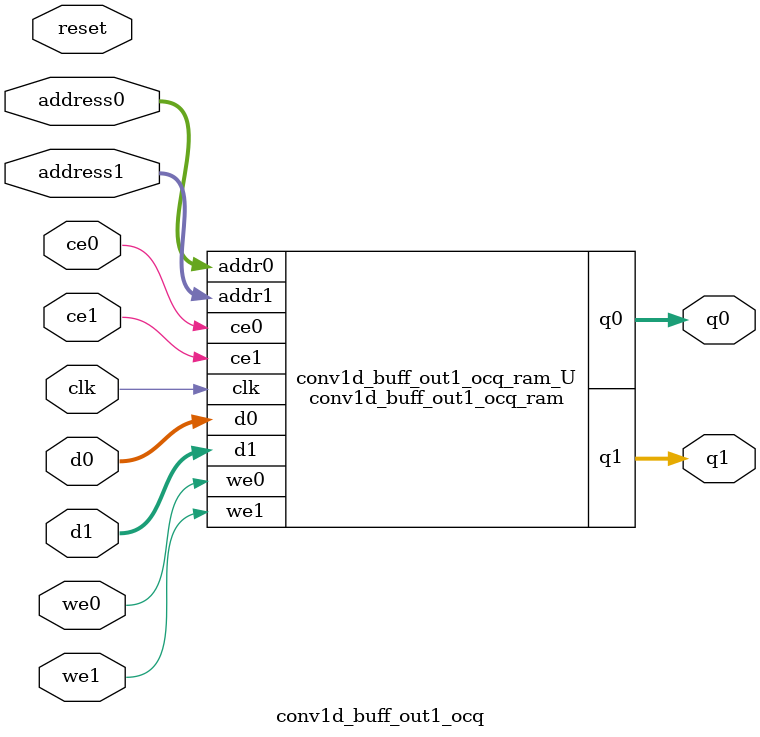
<source format=v>
`timescale 1 ns / 1 ps
module conv1d_buff_out1_ocq_ram (addr0, ce0, d0, we0, q0, addr1, ce1, d1, we1, q1,  clk);

parameter DWIDTH = 16;
parameter AWIDTH = 8;
parameter MEM_SIZE = 150;

input[AWIDTH-1:0] addr0;
input ce0;
input[DWIDTH-1:0] d0;
input we0;
output reg[DWIDTH-1:0] q0;
input[AWIDTH-1:0] addr1;
input ce1;
input[DWIDTH-1:0] d1;
input we1;
output reg[DWIDTH-1:0] q1;
input clk;

(* ram_style = "block" *)reg [DWIDTH-1:0] ram[0:MEM_SIZE-1];




always @(posedge clk)  
begin 
    if (ce0) begin
        if (we0) 
            ram[addr0] <= d0; 
        q0 <= ram[addr0];
    end
end


always @(posedge clk)  
begin 
    if (ce1) begin
        if (we1) 
            ram[addr1] <= d1; 
        q1 <= ram[addr1];
    end
end


endmodule

`timescale 1 ns / 1 ps
module conv1d_buff_out1_ocq(
    reset,
    clk,
    address0,
    ce0,
    we0,
    d0,
    q0,
    address1,
    ce1,
    we1,
    d1,
    q1);

parameter DataWidth = 32'd16;
parameter AddressRange = 32'd150;
parameter AddressWidth = 32'd8;
input reset;
input clk;
input[AddressWidth - 1:0] address0;
input ce0;
input we0;
input[DataWidth - 1:0] d0;
output[DataWidth - 1:0] q0;
input[AddressWidth - 1:0] address1;
input ce1;
input we1;
input[DataWidth - 1:0] d1;
output[DataWidth - 1:0] q1;



conv1d_buff_out1_ocq_ram conv1d_buff_out1_ocq_ram_U(
    .clk( clk ),
    .addr0( address0 ),
    .ce0( ce0 ),
    .we0( we0 ),
    .d0( d0 ),
    .q0( q0 ),
    .addr1( address1 ),
    .ce1( ce1 ),
    .we1( we1 ),
    .d1( d1 ),
    .q1( q1 ));

endmodule


</source>
